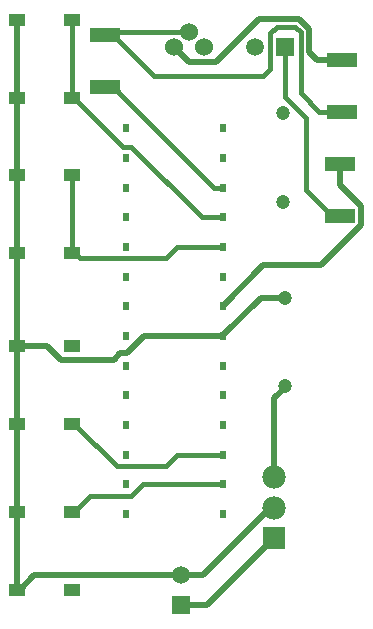
<source format=gtl>
G04*
G04 #@! TF.GenerationSoftware,Altium Limited,Altium Designer,20.2.5 (213)*
G04*
G04 Layer_Physical_Order=1*
G04 Layer_Color=255*
%FSLAX25Y25*%
%MOIN*%
G70*
G04*
G04 #@! TF.SameCoordinates,4BDDF83D-22BF-46A4-B0D9-F4370223F083*
G04*
G04*
G04 #@! TF.FilePolarity,Positive*
G04*
G01*
G75*
%ADD16R,0.10236X0.04724*%
%ADD27C,0.01500*%
%ADD28C,0.02000*%
%ADD29R,0.05906X0.05906*%
%ADD30C,0.05906*%
%ADD31C,0.04724*%
%ADD32R,0.05512X0.03937*%
%ADD33C,0.07795*%
%ADD34R,0.07795X0.07795*%
%ADD35R,0.01850X0.02520*%
%ADD36C,0.06008*%
%ADD37R,0.05906X0.05906*%
D16*
X673023Y432839D02*
D03*
Y450161D02*
D03*
X672523Y398339D02*
D03*
Y415661D02*
D03*
X594023Y441339D02*
D03*
Y458661D02*
D03*
D27*
X654023Y437843D02*
Y454500D01*
X672523Y398339D02*
X669767D01*
X661089Y407017D02*
Y430777D01*
X669767Y398339D02*
X661089Y407017D01*
Y430777D02*
X654023Y437843D01*
X651434Y461291D02*
X649226Y459083D01*
X659372Y459531D02*
X657613Y461291D01*
X651434D01*
X622023Y459500D02*
X595940D01*
X610497Y444944D02*
X595940Y459500D01*
X646922Y444944D02*
X610497D01*
X649226Y447248D02*
X646922Y444944D01*
X630348Y407646D02*
X598391Y439602D01*
Y439726D02*
X596779Y441339D01*
X633523Y407646D02*
X630348D01*
X598391Y439602D02*
Y439726D01*
X583157Y437587D02*
Y463413D01*
X665655Y432839D02*
X659372Y439121D01*
Y459531D01*
X649226Y447248D02*
Y459083D01*
X673023Y432839D02*
X665655D01*
X595940Y459500D02*
X594862D01*
X594023Y458661D01*
X596779Y441339D02*
X594023D01*
X628243Y454500D02*
X627023D01*
X633523Y387882D02*
X618208D01*
X614395Y384069D01*
X633523Y397764D02*
X626566D01*
X602989Y421341D01*
X600190D01*
X583944Y437587D01*
X614395Y384069D02*
X585876D01*
X583944Y386000D01*
X633523Y318709D02*
X618208D01*
X614395Y314896D01*
X598049D01*
X583944Y329000D01*
X583157D01*
X633523Y308827D02*
X606802D01*
X602704Y304729D01*
X589260D01*
X583944Y299413D01*
X583157D01*
Y386000D02*
Y411827D01*
X583944Y386000D02*
X583157D01*
X583944Y437587D02*
X583157D01*
D28*
X646983Y381763D02*
X633598Y368378D01*
X679641Y395148D02*
X666256Y381763D01*
X679641Y395148D02*
Y401529D01*
X672523Y408647D01*
X666256Y381763D02*
X646983D01*
X672523Y408647D02*
Y415661D01*
X658752Y464041D02*
X645560D01*
X662122Y460670D02*
X658752Y464041D01*
X645560D02*
X631015Y449496D01*
X646129Y371028D02*
X633523Y358421D01*
X653523Y402555D02*
Y403000D01*
X654023Y371028D02*
X646129D01*
X633523Y358236D02*
Y358421D01*
X673023Y450161D02*
X664905D01*
X662122Y452944D01*
Y460670D01*
X631015Y449496D02*
X622027D01*
X617023Y454500D01*
X619523Y278500D02*
X570590D01*
X633523Y358236D02*
X607156D01*
X649232Y301039D02*
X626692Y278500D01*
X599151Y352417D02*
X597091Y350358D01*
X579366D02*
X574897Y354827D01*
X597091Y350358D02*
X579366D01*
X650523Y311079D02*
Y337417D01*
X654023Y340917D02*
X650523Y337417D01*
X654023Y340917D02*
Y341500D01*
X626692Y278500D02*
X619523D01*
X650523Y301039D02*
X649232D01*
X628023Y268500D02*
X619523D01*
X650523Y291000D02*
X628023Y268500D01*
X607156Y358236D02*
X601337Y352417D01*
X599151D01*
X574897Y354827D02*
X564889D01*
Y437587D02*
Y463413D01*
Y386000D02*
Y437587D01*
Y354827D02*
Y386000D01*
Y329000D02*
Y354827D01*
Y273587D02*
Y329000D01*
X570590Y278500D02*
X565677Y273587D01*
X564889D01*
D29*
X619523Y268500D02*
D03*
D30*
Y278500D02*
D03*
X644023Y454500D02*
D03*
D31*
X653523Y432528D02*
D03*
Y403000D02*
D03*
X654023Y371028D02*
D03*
Y341500D02*
D03*
D32*
X564889Y437587D02*
D03*
X583157D02*
D03*
Y463413D02*
D03*
X564889D02*
D03*
Y386000D02*
D03*
X583157D02*
D03*
Y411827D02*
D03*
X564889D02*
D03*
Y329000D02*
D03*
X583157D02*
D03*
Y354827D02*
D03*
X564889D02*
D03*
Y273587D02*
D03*
X583157D02*
D03*
Y299413D02*
D03*
X564889D02*
D03*
D33*
X650523Y311079D02*
D03*
Y301039D02*
D03*
D34*
Y291000D02*
D03*
D35*
X601122Y298945D02*
D03*
Y308827D02*
D03*
Y318709D02*
D03*
Y328591D02*
D03*
Y427410D02*
D03*
Y417528D02*
D03*
Y407646D02*
D03*
Y397764D02*
D03*
Y338472D02*
D03*
Y348354D02*
D03*
Y358236D02*
D03*
Y368118D02*
D03*
Y378000D02*
D03*
Y387882D02*
D03*
X633523Y298945D02*
D03*
Y308827D02*
D03*
Y318709D02*
D03*
Y328591D02*
D03*
Y427410D02*
D03*
Y417528D02*
D03*
Y407646D02*
D03*
Y387882D02*
D03*
Y348354D02*
D03*
Y338472D02*
D03*
Y358236D02*
D03*
Y368118D02*
D03*
Y397764D02*
D03*
Y378000D02*
D03*
D36*
X627023Y454500D02*
D03*
X622023Y459500D02*
D03*
X617023Y454500D02*
D03*
D37*
X654023D02*
D03*
M02*

</source>
